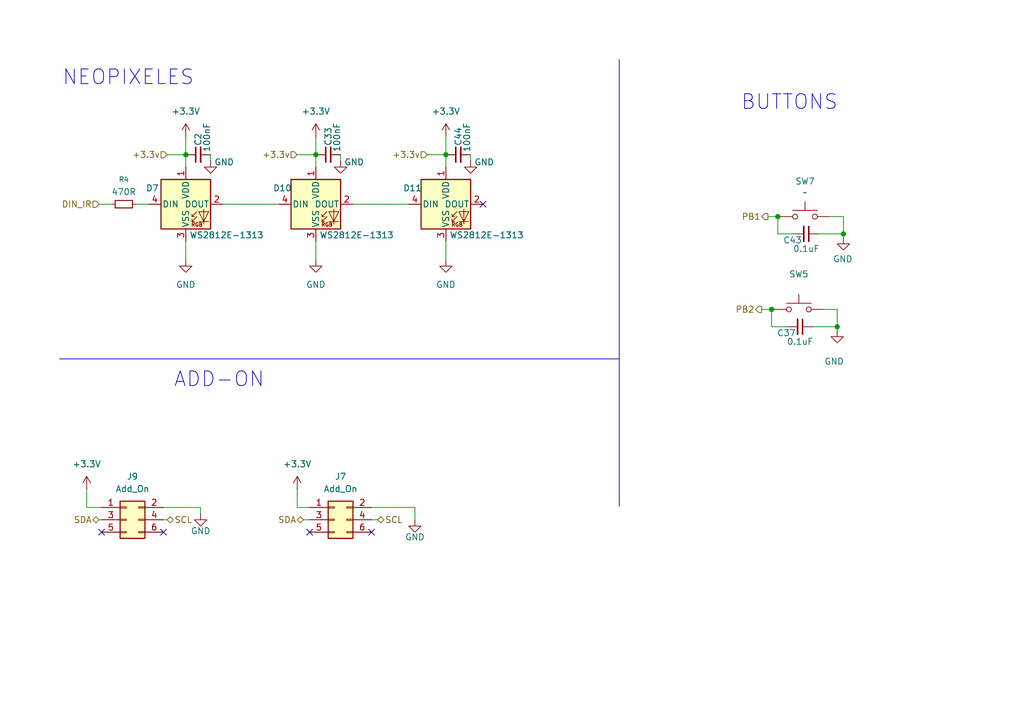
<source format=kicad_sch>
(kicad_sch (version 20250114) (generator "eeschema") (generator_version "9.0")
  (paper "A5")
  (lib_symbols
    (symbol "Connector_Generic:Conn_02x03_Odd_Even" (pin_names (offset 1.016) (hide yes))
      (property "Reference" "J" (at 1.27 5.08 0))
      (property "Value" "Conn_02x03_Odd_Even" (at 1.27 -5.08 0))
      (symbol "Conn_02x03_Odd_Even_1_1"
        (rectangle (start -1.27 3.81) (end 3.81 -3.81) (stroke (width 0.254)) (fill (type background)))
        (rectangle (start -1.27 2.667) (end 0 2.413) (stroke (width 0.1524)))
        (rectangle (start -1.27 0.127) (end 0 -0.127) (stroke (width 0.1524)))
        (rectangle (start -1.27 -2.413) (end 0 -2.667) (stroke (width 0.1524)))
        (rectangle (start 3.81 2.667) (end 2.54 2.413) (stroke (width 0.1524)))
        (rectangle (start 3.81 0.127) (end 2.54 -0.127) (stroke (width 0.1524)))
        (rectangle (start 3.81 -2.413) (end 2.54 -2.667) (stroke (width 0.1524)))
        (pin passive line (at -5.08 2.54 0) (length 3.81) (name "Pin_1") (number "1"))
        (pin passive line (at -5.08 0 0) (length 3.81) (name "Pin_3") (number "3"))
        (pin passive line (at -5.08 -2.54 0) (length 3.81) (name "Pin_5") (number "5"))
        (pin passive line (at 7.62 2.54 180) (length 3.81) (name "Pin_2") (number "2"))
        (pin passive line (at 7.62 0 180) (length 3.81) (name "Pin_4") (number "4"))
        (pin passive line (at 7.62 -2.54 180) (length 3.81) (name "Pin_6") (number "6"))
      )
    )
    (symbol "Device:C_Small" (pin_numbers (hide yes)) (pin_names (offset 0.254) (hide yes))
      (property "Reference" "C" (at 0.254 1.778 0))
      (property "Value" "C_Small" (at 0.254 -2.032 0))
      (symbol "C_Small_0_1"
        (polyline (pts (xy -1.524 0.508) (xy 1.524 0.508)) (stroke (width 0.3048)))
        (polyline (pts (xy -1.524 -0.508) (xy 1.524 -0.508)) (stroke (width 0.3302)))
      )
      (symbol "C_Small_1_1"
        (pin passive line (at 0 2.54 270) (length 2.032) (name "~") (number "1"))
        (pin passive line (at 0 -2.54 90) (length 2.032) (name "~") (number "2"))
      )
    )
    (symbol "LED:WS2812B" (pin_names (offset 0.254))
      (property "Reference" "D" (at 5.08 5.715 0))
      (property "Value" "WS2812B" (at 1.27 -5.715 0))
      (symbol "WS2812B_0_0"
        (text "RGB" (at 2.286 -4.191 0) (effects (font (size 0.762 0.762))))
      )
      (symbol "WS2812B_0_1"
        (polyline (pts (xy 1.27 -2.54) (xy 1.778 -2.54)))
        (polyline (pts (xy 1.27 -3.556) (xy 1.778 -3.556)))
        (polyline (pts (xy 2.286 -1.524) (xy 1.27 -2.54) (xy 1.27 -2.032)))
        (polyline (pts (xy 2.286 -2.54) (xy 1.27 -3.556) (xy 1.27 -3.048)))
        (polyline (pts (xy 3.683 -1.016) (xy 3.683 -3.556) (xy 3.683 -4.064)))
        (polyline (pts (xy 4.699 -1.524) (xy 2.667 -1.524) (xy 3.683 -3.556) (xy 4.699 -1.524)))
        (polyline (pts (xy 4.699 -3.556) (xy 2.667 -3.556)))
        (rectangle (start 5.08 5.08) (end -5.08 -5.08) (stroke (width 0.254)) (fill (type background)))
      )
      (symbol "WS2812B_1_1"
        (pin input line (at -7.62 0 0) (length 2.54) (name "DIN") (number "4"))
        (pin power_in line (at 0 7.62 270) (length 2.54) (name "VDD") (number "1"))
        (pin power_in line (at 0 -7.62 90) (length 2.54) (name "VSS") (number "3"))
        (pin output line (at 7.62 0 180) (length 2.54) (name "DOUT") (number "2"))
      )
    )
    (symbol "R_Small_1" (pin_numbers (hide yes)) (pin_names (offset 0.254) (hide yes))
      (property "Reference" "R" (at 0 0 90))
      (property "Value" "R_Small" (at 1.778 0 90))
      (symbol "R_Small_1_0_1"
        (rectangle (start -0.762 1.778) (end 0.762 -1.778) (stroke (width 0.2032)))
      )
      (symbol "R_Small_1_1_1"
        (pin passive line (at 0 2.54 270) (length 0.762) (name "~") (number "1"))
        (pin passive line (at 0 -2.54 90) (length 0.762) (name "~") (number "2"))
      )
    )
    (symbol "Switch:SW_Push" (pin_numbers (hide yes)) (pin_names (offset 1.016) (hide yes))
      (property "Reference" "SW" (at 1.27 2.54 0))
      (property "Value" "SW_Push" (at 0 -1.524 0))
      (symbol "SW_Push_0_1"
        (circle (center -2.032 0) (radius 0.508))
        (polyline (pts (xy 0 1.27) (xy 0 3.048)))
        (circle (center 2.032 0) (radius 0.508))
        (polyline (pts (xy 2.54 1.27) (xy -2.54 1.27)))
        (pin passive line (at -5.08 0 0) (length 2.54) (name "1") (number "1"))
        (pin passive line (at 5.08 0 180) (length 2.54) (name "2") (number "2"))
      )
    )
    (symbol "power:+3.3V" (power) (pin_numbers (hide yes)) (pin_names (offset 0) (hide yes))
      (property "Value" "+3.3V" (at 0 3.556 0))
      (symbol "+3.3V_0_1"
        (polyline (pts (xy -0.762 1.27) (xy 0 2.54)))
        (polyline (pts (xy 0 2.54) (xy 0.762 1.27)))
        (polyline (pts (xy 0 0) (xy 0 2.54)))
      )
      (symbol "+3.3V_1_1"
        (pin power_in line (at 0 0 90) (length 0) (name "~") (number "1"))
      )
    )
    (symbol "power:GND" (power) (pin_numbers (hide yes)) (pin_names (offset 0) (hide yes))
      (property "Value" "GND" (at 0 -3.81 0))
      (symbol "GND_0_1"
        (polyline (pts (xy 0 0) (xy 0 -1.27) (xy 1.27 -1.27) (xy 0 -2.54) (xy -1.27 -1.27) (xy 0 -1.27)))
      )
      (symbol "GND_1_1"
        (pin power_in line (at 0 0 270) (length 0) (name "~") (number "1"))
      )
    )
  )
  (text "BUTTONS\n" (at 151.892 22.86 0) (effects (font (size 3 3)) (justify left bottom)))
  (text "NEOPIXELES" (at 12.7 17.78 0) (effects (font (size 3 3)) (justify left bottom)))
  (text "ADD-ON\n" (at 35.56 79.756 0) (effects (font (size 3 3)) (justify left bottom)))
  (junction (at 159.512 44.45))
  (junction (at 64.77 31.75))
  (junction (at 171.704 67.056))
  (junction (at 172.974 48.006))
  (junction (at 38.1 31.75))
  (junction (at 91.44 31.75))
  (junction (at 158.242 63.5))
  (no_connect (at 76.2 109.22))
  (no_connect (at 20.828 109.22))
  (no_connect (at 33.528 109.22))
  (no_connect (at 63.5 109.22))
  (no_connect (at 99.06 41.91))
  (wire (pts (xy 43.18 33.02) (xy 43.18 31.75)))
  (wire (pts (xy 20.32 41.91) (xy 22.86 41.91)))
  (wire (pts (xy 41.148 105.41) (xy 41.148 104.14)))
  (wire (pts (xy 159.512 48.006) (xy 159.512 44.45)))
  (wire (pts (xy 85.09 106.68) (xy 85.09 104.14)))
  (wire (pts (xy 96.52 33.02) (xy 96.52 31.75)))
  (wire (pts (xy 34.29 31.75) (xy 38.1 31.75)))
  (wire (pts (xy 172.974 48.006) (xy 167.894 48.006)))
  (wire (pts (xy 60.96 31.75) (xy 64.77 31.75)))
  (wire (pts (xy 69.85 33.02) (xy 69.85 31.75)))
  (wire (pts (xy 20.32 106.68) (xy 20.828 106.68)))
  (wire (pts (xy 45.72 41.91) (xy 57.15 41.91)))
  (wire (pts (xy 38.1 27.94) (xy 38.1 31.75)))
  (wire (pts (xy 60.96 104.14) (xy 63.5 104.14)))
  (wire (pts (xy 64.77 27.94) (xy 64.77 31.75)))
  (wire (pts (xy 38.1 31.75) (xy 38.1 34.29)))
  (wire (pts (xy 158.75 63.5) (xy 158.242 63.5)))
  (wire (pts (xy 64.77 53.34) (xy 64.77 49.53)))
  (wire (pts (xy 156.21 63.5) (xy 158.242 63.5)))
  (wire (pts (xy 85.09 104.14) (xy 76.2 104.14)))
  (wire (pts (xy 87.63 31.75) (xy 91.44 31.75)))
  (wire (pts (xy 64.77 31.75) (xy 64.77 34.29)))
  (wire (pts (xy 33.528 106.68) (xy 34.29 106.68)))
  (wire (pts (xy 62.23 106.68) (xy 63.5 106.68)))
  (wire (pts (xy 41.148 104.14) (xy 33.528 104.14)))
  (wire (pts (xy 170.18 44.45) (xy 172.974 44.45)))
  (wire (pts (xy 76.2 106.68) (xy 77.47 106.68)))
  (wire (pts (xy 168.91 63.5) (xy 171.704 63.5)))
  (wire (pts (xy 161.544 67.056) (xy 158.242 67.056)))
  (wire (pts (xy 171.704 63.5) (xy 171.704 67.056)))
  (wire (pts (xy 172.974 48.006) (xy 172.974 48.768)))
  (wire (pts (xy 72.39 41.91) (xy 83.82 41.91)))
  (wire (pts (xy 171.704 67.056) (xy 171.704 67.818)))
  (wire (pts (xy 91.44 53.34) (xy 91.44 49.53)))
  (polyline (pts (xy 127 103.886) (xy 127 12.192)))
  (wire (pts (xy 27.94 41.91) (xy 30.48 41.91)))
  (wire (pts (xy 172.974 44.45) (xy 172.974 48.006)))
  (polyline (pts (xy 12.192 73.66) (xy 127 73.66)))
  (wire (pts (xy 158.242 67.056) (xy 158.242 63.5)))
  (wire (pts (xy 159.512 44.45) (xy 157.48 44.45)))
  (wire (pts (xy 17.78 104.14) (xy 20.828 104.14)))
  (wire (pts (xy 162.814 48.006) (xy 159.512 48.006)))
  (wire (pts (xy 91.44 31.75) (xy 91.44 34.29)))
  (wire (pts (xy 17.78 100.33) (xy 17.78 104.14)))
  (wire (pts (xy 171.704 67.056) (xy 166.624 67.056)))
  (wire (pts (xy 91.44 27.94) (xy 91.44 31.75)))
  (wire (pts (xy 38.1 53.34) (xy 38.1 49.53)))
  (wire (pts (xy 60.96 100.33) (xy 60.96 104.14)))
  (wire (pts (xy 160.02 44.45) (xy 159.512 44.45)))
  (hierarchical_label "PB1" (shape output) (at 157.48 44.45 180))
  (hierarchical_label "+3.3v" (shape input) (at 34.29 31.75 180))
  (hierarchical_label "SCL" (shape bidirectional) (at 34.29 106.68 0))
  (hierarchical_label "SDA" (shape bidirectional) (at 20.32 106.68 180))
  (hierarchical_label "DIN_IR" (shape input) (at 20.32 41.91 180))
  (hierarchical_label "+3.3v" (shape input) (at 60.96 31.75 180))
  (hierarchical_label "+3.3v" (shape input) (at 87.63 31.75 180))
  (hierarchical_label "SCL" (shape bidirectional) (at 77.47 106.68 0))
  (hierarchical_label "PB2" (shape output) (at 156.21 63.5 180))
  (hierarchical_label "SDA" (shape bidirectional) (at 62.23 106.68 180))
  (symbol (lib_id "Device:C_Small") (at 67.31 31.75 90) (unit 1)
    (property "Reference" "C33" (at 67.31 29.972 0) (effects (justify left)))
    (property "Value" "100nF" (at 69.088 31.242 0) (effects (justify left)))
    (property "Footprint" "Capacitor_SMD:C_0402_1005Metric" (effects (hide yes)))
    (property "Description" "Unpolarized capacitor, small symbol" (effects (hide yes)))
    (property "LCSC#" "C77020" (effects (hide yes)))
  )
  (symbol (lib_id "power:GND") (at 64.77 53.34 0) (unit 1)
    (property "Reference" "#PWR0129" (effects (hide yes)))
    (property "Value" "GND" (at 64.77 58.42 0))
    (property "Description" "Power symbol creates a global label with name \"GND\" , ground" (effects (hide yes)))
  )
  (symbol (lib_id "Switch:SW_Push") (at 163.83 63.5 0) (mirror y) (unit 1)
    (property "Reference" "SW5" (at 163.83 56.261 0))
    (property "Footprint" "Button_Switch_SMD:SW_SPST_TL3342" (effects (hide yes)))
    (property "manf#" "TL3342F160QG" (effects (hide yes)))
    (property "LCSC#" "C318889" (effects (hide yes)))
    (property "provedor" "LCSC" (effects (hide yes)))
  )
  (symbol (lib_id "Connector_Generic:Conn_02x03_Odd_Even") (at 25.908 106.68 0) (unit 1)
    (property "Reference" "J9" (at 27.178 97.79 0))
    (property "Value" "Add_On" (at 27.178 100.33 0))
    (property "Footprint" "Connector_PinSocket_2.54mm:PinSocket_2x03_P2.54mm_Vertical" (effects (hide yes)))
    (property "Description" "Generic connector, double row, 02x03, odd/even pin numbering scheme (row 1 odd numbers, row 2 even numbers), script generated (kicad-library-utils/schlib/autogen/connector/)" (effects (hide yes)))
    (property "LCSC#" "C5116527" (effects (hide yes)))
    (property "Proveedor" "JLCPCB" (effects (hide yes)))
  )
  (symbol (lib_id "power:GND") (at 171.704 67.818 0) (mirror y) (unit 1)
    (property "Reference" "#PWR0126" (effects (hide yes)))
    (property "Value" "GND" (at 171.069 74.168 0))
  )
  (symbol (lib_id "Connector_Generic:Conn_02x03_Odd_Even") (at 68.58 106.68 0) (unit 1)
    (property "Reference" "J7" (at 69.85 97.79 0))
    (property "Value" "Add_On" (at 69.85 100.33 0))
    (property "Footprint" "Connector_PinSocket_2.54mm:PinSocket_2x03_P2.54mm_Vertical" (effects (hide yes)))
    (property "Description" "Generic connector, double row, 02x03, odd/even pin numbering scheme (row 1 odd numbers, row 2 even numbers), script generated (kicad-library-utils/schlib/autogen/connector/)" (effects (hide yes)))
    (property "LCSC#" "C5116527" (effects (hide yes)))
    (property "Proveedor" "JLCPCB" (effects (hide yes)))
  )
  (symbol (lib_id "power:+3.3V") (at 17.78 100.33 0) (unit 1)
    (property "Reference" "#PWR089" (effects (hide yes)))
    (property "Value" "+3.3V" (at 17.78 95.25 0))
    (property "Description" "Power symbol creates a global label with name \"+3.3V\"" (effects (hide yes)))
  )
  (symbol (lib_id "LED:WS2812B") (at 38.1 41.91 0) (unit 1)
    (property "Reference" "D7" (at 31.242 38.608 0))
    (property "Value" "WS2812E-1313" (at 46.482 48.26 0))
    (property "Footprint" "Footprints:WS2812E-1313" (effects (hide yes)))
    (property "Datasheet" "https://www.lcsc.com/datasheet/lcsc_datasheet_2412051755_Worldsemi-WS2812E-1313_C5446700.pdf" (effects (hide yes)))
    (property "Description" "RGB LED with integrated controller" (effects (hide yes)))
    (property "LCSC#" "C5446700" (effects (hide yes)))
  )
  (symbol (lib_id "Device:C_Small") (at 164.084 67.056 270) (mirror x) (unit 1)
    (property "Reference" "C37" (at 161.29 68.326 90))
    (property "Value" "0.1uF" (at 164.084 70.104 90))
    (property "Footprint" "Capacitor_SMD:C_0603_1608Metric" (effects (hide yes)))
    (property "Description" "Unpolarized capacitor, small symbol" (effects (hide yes)))
    (property "LCSC#" "C478888 " (effects (hide yes)))
    (property "manf#" "KAM15AR71C104KM" (effects (hide yes)))
  )
  (symbol (lib_id "power:GND") (at 69.85 33.02 0) (unit 1)
    (property "Reference" "#PWR0130" (effects (hide yes)))
    (property "Value" "GND" (at 72.644 33.274 0))
    (property "Description" "Power symbol creates a global label with name \"GND\" , ground" (effects (hide yes)))
  )
  (symbol (lib_id "power:+3.3V") (at 60.96 100.33 0) (unit 1)
    (property "Reference" "#PWR0102" (effects (hide yes)))
    (property "Value" "+3.3V" (at 60.96 95.25 0))
    (property "Description" "Power symbol creates a global label with name \"+3.3V\"" (effects (hide yes)))
  )
  (symbol (lib_id "power:+3.3V") (at 91.44 27.94 0) (unit 1)
    (property "Reference" "#PWR0131" (effects (hide yes)))
    (property "Value" "+3.3V" (at 91.44 22.86 0))
    (property "Description" "Power symbol creates a global label with name \"+3.3V\"" (effects (hide yes)))
  )
  (symbol (lib_id "power:GND") (at 85.09 106.68 0) (unit 1)
    (property "Reference" "#PWR0148" (effects (hide yes)))
    (property "Value" "GND" (at 85.09 110.236 0))
    (property "Description" "Power symbol creates a global label with name \"GND\" , ground" (effects (hide yes)))
  )
  (symbol (lib_id "power:GND") (at 41.148 105.41 0) (unit 1)
    (property "Reference" "#PWR0153" (effects (hide yes)))
    (property "Value" "GND" (at 41.148 108.966 0))
    (property "Description" "Power symbol creates a global label with name \"GND\" , ground" (effects (hide yes)))
  )
  (symbol (lib_id "power:GND") (at 91.44 53.34 0) (unit 1)
    (property "Reference" "#PWR0132" (effects (hide yes)))
    (property "Value" "GND" (at 91.44 58.42 0))
    (property "Description" "Power symbol creates a global label with name \"GND\" , ground" (effects (hide yes)))
  )
  (symbol (lib_id "power:GND") (at 38.1 53.34 0) (unit 1)
    (property "Reference" "#PWR0124" (effects (hide yes)))
    (property "Value" "GND" (at 38.1 58.42 0))
    (property "Description" "Power symbol creates a global label with name \"GND\" , ground" (effects (hide yes)))
  )
  (symbol (lib_name "R_Small_1") (lib_id "Device:R_Small") (at 25.4 41.91 90) (unit 1)
    (property "Reference" "R4" (at 25.4 36.83 90) (effects (font (size 1.016 1.016))))
    (property "Value" "470R" (at 25.4 39.37 90))
    (property "Footprint" "Resistor_SMD:R_0603_1608Metric" (effects (hide yes)))
    (property "Description" "Resistor, small symbol" (effects (hide yes)))
    (property "LCSC#" "C23179" (effects (hide yes)))
  )
  (symbol (lib_id "power:GND") (at 43.18 33.02 0) (unit 1)
    (property "Reference" "#PWR0125" (effects (hide yes)))
    (property "Value" "GND" (at 45.974 33.274 0))
    (property "Description" "Power symbol creates a global label with name \"GND\" , ground" (effects (hide yes)))
  )
  (symbol (lib_id "Device:C_Small") (at 40.64 31.75 90) (unit 1)
    (property "Reference" "C2" (at 40.64 29.972 0) (effects (justify left)))
    (property "Value" "100nF" (at 42.418 31.242 0) (effects (justify left)))
    (property "Footprint" "Capacitor_SMD:C_0402_1005Metric" (effects (hide yes)))
    (property "Description" "Unpolarized capacitor, small symbol" (effects (hide yes)))
    (property "LCSC#" "C77020" (effects (hide yes)))
  )
  (symbol (lib_id "power:+3.3V") (at 38.1 27.94 0) (unit 1)
    (property "Reference" "#PWR0123" (effects (hide yes)))
    (property "Value" "+3.3V" (at 38.1 22.86 0))
    (property "Description" "Power symbol creates a global label with name \"+3.3V\"" (effects (hide yes)))
  )
  (symbol (lib_id "Device:C_Small") (at 93.98 31.75 90) (unit 1)
    (property "Reference" "C44" (at 93.98 29.972 0) (effects (justify left)))
    (property "Value" "100nF" (at 95.758 31.242 0) (effects (justify left)))
    (property "Footprint" "Capacitor_SMD:C_0402_1005Metric" (effects (hide yes)))
    (property "Description" "Unpolarized capacitor, small symbol" (effects (hide yes)))
    (property "LCSC#" "C77020" (effects (hide yes)))
  )
  (symbol (lib_id "Device:C_Small") (at 165.354 48.006 270) (mirror x) (unit 1)
    (property "Reference" "C43" (at 162.56 49.276 90))
    (property "Value" "0.1uF" (at 165.354 51.054 90))
    (property "Footprint" "Capacitor_SMD:C_0603_1608Metric" (effects (hide yes)))
    (property "Description" "Unpolarized capacitor, small symbol" (effects (hide yes)))
    (property "LCSC#" "C478888 " (effects (hide yes)))
    (property "manf#" "KAM15AR71C104KM" (effects (hide yes)))
  )
  (symbol (lib_id "LED:WS2812B") (at 91.44 41.91 0) (unit 1)
    (property "Reference" "D11" (at 84.582 38.608 0))
    (property "Value" "WS2812E-1313" (at 99.822 48.26 0))
    (property "Footprint" "Footprints:WS2812E-1313" (effects (hide yes)))
    (property "Datasheet" "https://www.lcsc.com/datasheet/lcsc_datasheet_2412051755_Worldsemi-WS2812E-1313_C5446700.pdf" (effects (hide yes)))
    (property "Description" "RGB LED with integrated controller" (effects (hide yes)))
    (property "LCSC#" "C5446700" (effects (hide yes)))
  )
  (symbol (lib_id "power:GND") (at 96.52 33.02 0) (unit 1)
    (property "Reference" "#PWR0133" (effects (hide yes)))
    (property "Value" "GND" (at 99.314 33.274 0))
    (property "Description" "Power symbol creates a global label with name \"GND\" , ground" (effects (hide yes)))
  )
  (symbol (lib_id "power:GND") (at 172.974 48.768 0) (mirror y) (unit 1)
    (property "Reference" "#PWR0127" (effects (hide yes)))
    (property "Value" "GND" (at 172.847 53.1622 0))
  )
  (symbol (lib_id "Switch:SW_Push") (at 165.1 44.45 0) (mirror y) (unit 1)
    (property "Reference" "SW7" (at 165.1 37.211 0))
    (property "Value" "~" (at 165.1 39.5224 0))
    (property "Footprint" "Button_Switch_SMD:SW_SPST_TL3342" (effects (hide yes)))
    (property "manf#" "TL3342F160QG" (effects (hide yes)))
    (property "LCSC#" "C318889" (effects (hide yes)))
    (property "provedor" "LCSC" (effects (hide yes)))
  )
  (symbol (lib_id "power:+3.3V") (at 64.77 27.94 0) (unit 1)
    (property "Reference" "#PWR0128" (effects (hide yes)))
    (property "Value" "+3.3V" (at 64.77 22.86 0))
    (property "Description" "Power symbol creates a global label with name \"+3.3V\"" (effects (hide yes)))
  )
  (symbol (lib_id "LED:WS2812B") (at 64.77 41.91 0) (unit 1)
    (property "Reference" "D10" (at 57.912 38.608 0))
    (property "Value" "WS2812E-1313" (at 73.152 48.26 0))
    (property "Footprint" "Footprints:WS2812E-1313" (effects (hide yes)))
    (property "Datasheet" "https://www.lcsc.com/datasheet/lcsc_datasheet_2412051755_Worldsemi-WS2812E-1313_C5446700.pdf" (effects (hide yes)))
    (property "Description" "RGB LED with integrated controller" (effects (hide yes)))
    (property "LCSC#" "C5446700" (effects (hide yes)))
  )
)
</source>
